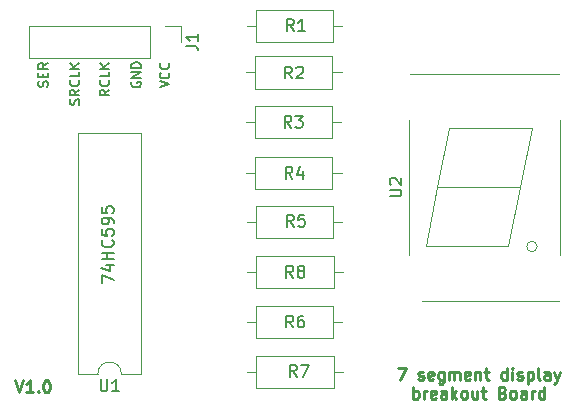
<source format=gbr>
%TF.GenerationSoftware,KiCad,Pcbnew,(6.0.4)*%
%TF.CreationDate,2022-05-25T21:12:10+01:00*%
%TF.ProjectId,7SegmentDB,37536567-6d65-46e7-9444-422e6b696361,V1.0*%
%TF.SameCoordinates,Original*%
%TF.FileFunction,Legend,Top*%
%TF.FilePolarity,Positive*%
%FSLAX46Y46*%
G04 Gerber Fmt 4.6, Leading zero omitted, Abs format (unit mm)*
G04 Created by KiCad (PCBNEW (6.0.4)) date 2022-05-25 21:12:10*
%MOMM*%
%LPD*%
G01*
G04 APERTURE LIST*
%ADD10C,0.200000*%
%ADD11C,0.250000*%
%ADD12C,0.150000*%
%ADD13C,0.120000*%
G04 APERTURE END LIST*
D10*
X126053809Y-85064476D02*
X126091904Y-84950190D01*
X126091904Y-84759714D01*
X126053809Y-84683523D01*
X126015714Y-84645428D01*
X125939523Y-84607333D01*
X125863333Y-84607333D01*
X125787142Y-84645428D01*
X125749047Y-84683523D01*
X125710952Y-84759714D01*
X125672857Y-84912095D01*
X125634761Y-84988285D01*
X125596666Y-85026380D01*
X125520476Y-85064476D01*
X125444285Y-85064476D01*
X125368095Y-85026380D01*
X125330000Y-84988285D01*
X125291904Y-84912095D01*
X125291904Y-84721619D01*
X125330000Y-84607333D01*
X125672857Y-84264476D02*
X125672857Y-83997809D01*
X126091904Y-83883523D02*
X126091904Y-84264476D01*
X125291904Y-84264476D01*
X125291904Y-83883523D01*
X126091904Y-83083523D02*
X125710952Y-83350190D01*
X126091904Y-83540666D02*
X125291904Y-83540666D01*
X125291904Y-83235904D01*
X125330000Y-83159714D01*
X125368095Y-83121619D01*
X125444285Y-83083523D01*
X125558571Y-83083523D01*
X125634761Y-83121619D01*
X125672857Y-83159714D01*
X125710952Y-83235904D01*
X125710952Y-83540666D01*
X128720809Y-86588380D02*
X128758904Y-86474095D01*
X128758904Y-86283619D01*
X128720809Y-86207428D01*
X128682714Y-86169333D01*
X128606523Y-86131238D01*
X128530333Y-86131238D01*
X128454142Y-86169333D01*
X128416047Y-86207428D01*
X128377952Y-86283619D01*
X128339857Y-86436000D01*
X128301761Y-86512190D01*
X128263666Y-86550285D01*
X128187476Y-86588380D01*
X128111285Y-86588380D01*
X128035095Y-86550285D01*
X127997000Y-86512190D01*
X127958904Y-86436000D01*
X127958904Y-86245523D01*
X127997000Y-86131238D01*
X128758904Y-85331238D02*
X128377952Y-85597904D01*
X128758904Y-85788380D02*
X127958904Y-85788380D01*
X127958904Y-85483619D01*
X127997000Y-85407428D01*
X128035095Y-85369333D01*
X128111285Y-85331238D01*
X128225571Y-85331238D01*
X128301761Y-85369333D01*
X128339857Y-85407428D01*
X128377952Y-85483619D01*
X128377952Y-85788380D01*
X128682714Y-84531238D02*
X128720809Y-84569333D01*
X128758904Y-84683619D01*
X128758904Y-84759809D01*
X128720809Y-84874095D01*
X128644619Y-84950285D01*
X128568428Y-84988380D01*
X128416047Y-85026476D01*
X128301761Y-85026476D01*
X128149380Y-84988380D01*
X128073190Y-84950285D01*
X127997000Y-84874095D01*
X127958904Y-84759809D01*
X127958904Y-84683619D01*
X127997000Y-84569333D01*
X128035095Y-84531238D01*
X128758904Y-83807428D02*
X128758904Y-84188380D01*
X127958904Y-84188380D01*
X128758904Y-83540761D02*
X127958904Y-83540761D01*
X128758904Y-83083619D02*
X128301761Y-83426476D01*
X127958904Y-83083619D02*
X128416047Y-83540761D01*
X131298904Y-85331190D02*
X130917952Y-85597857D01*
X131298904Y-85788333D02*
X130498904Y-85788333D01*
X130498904Y-85483571D01*
X130537000Y-85407380D01*
X130575095Y-85369285D01*
X130651285Y-85331190D01*
X130765571Y-85331190D01*
X130841761Y-85369285D01*
X130879857Y-85407380D01*
X130917952Y-85483571D01*
X130917952Y-85788333D01*
X131222714Y-84531190D02*
X131260809Y-84569285D01*
X131298904Y-84683571D01*
X131298904Y-84759761D01*
X131260809Y-84874047D01*
X131184619Y-84950238D01*
X131108428Y-84988333D01*
X130956047Y-85026428D01*
X130841761Y-85026428D01*
X130689380Y-84988333D01*
X130613190Y-84950238D01*
X130537000Y-84874047D01*
X130498904Y-84759761D01*
X130498904Y-84683571D01*
X130537000Y-84569285D01*
X130575095Y-84531190D01*
X131298904Y-83807380D02*
X131298904Y-84188333D01*
X130498904Y-84188333D01*
X131298904Y-83540714D02*
X130498904Y-83540714D01*
X131298904Y-83083571D02*
X130841761Y-83426428D01*
X130498904Y-83083571D02*
X130956047Y-83540714D01*
X133204000Y-84683523D02*
X133165904Y-84759714D01*
X133165904Y-84874000D01*
X133204000Y-84988285D01*
X133280190Y-85064476D01*
X133356380Y-85102571D01*
X133508761Y-85140666D01*
X133623047Y-85140666D01*
X133775428Y-85102571D01*
X133851619Y-85064476D01*
X133927809Y-84988285D01*
X133965904Y-84874000D01*
X133965904Y-84797809D01*
X133927809Y-84683523D01*
X133889714Y-84645428D01*
X133623047Y-84645428D01*
X133623047Y-84797809D01*
X133965904Y-84302571D02*
X133165904Y-84302571D01*
X133965904Y-83845428D01*
X133165904Y-83845428D01*
X133965904Y-83464476D02*
X133165904Y-83464476D01*
X133165904Y-83274000D01*
X133204000Y-83159714D01*
X133280190Y-83083523D01*
X133356380Y-83045428D01*
X133508761Y-83007333D01*
X133623047Y-83007333D01*
X133775428Y-83045428D01*
X133851619Y-83083523D01*
X133927809Y-83159714D01*
X133965904Y-83274000D01*
X133965904Y-83464476D01*
X135578904Y-85140666D02*
X136378904Y-84874000D01*
X135578904Y-84607333D01*
X136302714Y-83883523D02*
X136340809Y-83921619D01*
X136378904Y-84035904D01*
X136378904Y-84112095D01*
X136340809Y-84226380D01*
X136264619Y-84302571D01*
X136188428Y-84340666D01*
X136036047Y-84378761D01*
X135921761Y-84378761D01*
X135769380Y-84340666D01*
X135693190Y-84302571D01*
X135617000Y-84226380D01*
X135578904Y-84112095D01*
X135578904Y-84035904D01*
X135617000Y-83921619D01*
X135655095Y-83883523D01*
X136302714Y-83083523D02*
X136340809Y-83121619D01*
X136378904Y-83235904D01*
X136378904Y-83312095D01*
X136340809Y-83426380D01*
X136264619Y-83502571D01*
X136188428Y-83540666D01*
X136036047Y-83578761D01*
X135921761Y-83578761D01*
X135769380Y-83540666D01*
X135693190Y-83502571D01*
X135617000Y-83426380D01*
X135578904Y-83312095D01*
X135578904Y-83235904D01*
X135617000Y-83121619D01*
X135655095Y-83083523D01*
D11*
X155702857Y-108883380D02*
X156369523Y-108883380D01*
X155940952Y-109883380D01*
X157464761Y-109835761D02*
X157560000Y-109883380D01*
X157750476Y-109883380D01*
X157845714Y-109835761D01*
X157893333Y-109740523D01*
X157893333Y-109692904D01*
X157845714Y-109597666D01*
X157750476Y-109550047D01*
X157607619Y-109550047D01*
X157512380Y-109502428D01*
X157464761Y-109407190D01*
X157464761Y-109359571D01*
X157512380Y-109264333D01*
X157607619Y-109216714D01*
X157750476Y-109216714D01*
X157845714Y-109264333D01*
X158702857Y-109835761D02*
X158607619Y-109883380D01*
X158417142Y-109883380D01*
X158321904Y-109835761D01*
X158274285Y-109740523D01*
X158274285Y-109359571D01*
X158321904Y-109264333D01*
X158417142Y-109216714D01*
X158607619Y-109216714D01*
X158702857Y-109264333D01*
X158750476Y-109359571D01*
X158750476Y-109454809D01*
X158274285Y-109550047D01*
X159607619Y-109216714D02*
X159607619Y-110026238D01*
X159560000Y-110121476D01*
X159512380Y-110169095D01*
X159417142Y-110216714D01*
X159274285Y-110216714D01*
X159179047Y-110169095D01*
X159607619Y-109835761D02*
X159512380Y-109883380D01*
X159321904Y-109883380D01*
X159226666Y-109835761D01*
X159179047Y-109788142D01*
X159131428Y-109692904D01*
X159131428Y-109407190D01*
X159179047Y-109311952D01*
X159226666Y-109264333D01*
X159321904Y-109216714D01*
X159512380Y-109216714D01*
X159607619Y-109264333D01*
X160083809Y-109883380D02*
X160083809Y-109216714D01*
X160083809Y-109311952D02*
X160131428Y-109264333D01*
X160226666Y-109216714D01*
X160369523Y-109216714D01*
X160464761Y-109264333D01*
X160512380Y-109359571D01*
X160512380Y-109883380D01*
X160512380Y-109359571D02*
X160560000Y-109264333D01*
X160655238Y-109216714D01*
X160798095Y-109216714D01*
X160893333Y-109264333D01*
X160940952Y-109359571D01*
X160940952Y-109883380D01*
X161798095Y-109835761D02*
X161702857Y-109883380D01*
X161512380Y-109883380D01*
X161417142Y-109835761D01*
X161369523Y-109740523D01*
X161369523Y-109359571D01*
X161417142Y-109264333D01*
X161512380Y-109216714D01*
X161702857Y-109216714D01*
X161798095Y-109264333D01*
X161845714Y-109359571D01*
X161845714Y-109454809D01*
X161369523Y-109550047D01*
X162274285Y-109216714D02*
X162274285Y-109883380D01*
X162274285Y-109311952D02*
X162321904Y-109264333D01*
X162417142Y-109216714D01*
X162560000Y-109216714D01*
X162655238Y-109264333D01*
X162702857Y-109359571D01*
X162702857Y-109883380D01*
X163036190Y-109216714D02*
X163417142Y-109216714D01*
X163179047Y-108883380D02*
X163179047Y-109740523D01*
X163226666Y-109835761D01*
X163321904Y-109883380D01*
X163417142Y-109883380D01*
X164940952Y-109883380D02*
X164940952Y-108883380D01*
X164940952Y-109835761D02*
X164845714Y-109883380D01*
X164655238Y-109883380D01*
X164560000Y-109835761D01*
X164512380Y-109788142D01*
X164464761Y-109692904D01*
X164464761Y-109407190D01*
X164512380Y-109311952D01*
X164560000Y-109264333D01*
X164655238Y-109216714D01*
X164845714Y-109216714D01*
X164940952Y-109264333D01*
X165417142Y-109883380D02*
X165417142Y-109216714D01*
X165417142Y-108883380D02*
X165369523Y-108931000D01*
X165417142Y-108978619D01*
X165464761Y-108931000D01*
X165417142Y-108883380D01*
X165417142Y-108978619D01*
X165845714Y-109835761D02*
X165940952Y-109883380D01*
X166131428Y-109883380D01*
X166226666Y-109835761D01*
X166274285Y-109740523D01*
X166274285Y-109692904D01*
X166226666Y-109597666D01*
X166131428Y-109550047D01*
X165988571Y-109550047D01*
X165893333Y-109502428D01*
X165845714Y-109407190D01*
X165845714Y-109359571D01*
X165893333Y-109264333D01*
X165988571Y-109216714D01*
X166131428Y-109216714D01*
X166226666Y-109264333D01*
X166702857Y-109216714D02*
X166702857Y-110216714D01*
X166702857Y-109264333D02*
X166798095Y-109216714D01*
X166988571Y-109216714D01*
X167083809Y-109264333D01*
X167131428Y-109311952D01*
X167179047Y-109407190D01*
X167179047Y-109692904D01*
X167131428Y-109788142D01*
X167083809Y-109835761D01*
X166988571Y-109883380D01*
X166798095Y-109883380D01*
X166702857Y-109835761D01*
X167750476Y-109883380D02*
X167655238Y-109835761D01*
X167607619Y-109740523D01*
X167607619Y-108883380D01*
X168560000Y-109883380D02*
X168560000Y-109359571D01*
X168512380Y-109264333D01*
X168417142Y-109216714D01*
X168226666Y-109216714D01*
X168131428Y-109264333D01*
X168560000Y-109835761D02*
X168464761Y-109883380D01*
X168226666Y-109883380D01*
X168131428Y-109835761D01*
X168083809Y-109740523D01*
X168083809Y-109645285D01*
X168131428Y-109550047D01*
X168226666Y-109502428D01*
X168464761Y-109502428D01*
X168560000Y-109454809D01*
X168940952Y-109216714D02*
X169179047Y-109883380D01*
X169417142Y-109216714D02*
X169179047Y-109883380D01*
X169083809Y-110121476D01*
X169036190Y-110169095D01*
X168940952Y-110216714D01*
X157012380Y-111493380D02*
X157012380Y-110493380D01*
X157012380Y-110874333D02*
X157107619Y-110826714D01*
X157298095Y-110826714D01*
X157393333Y-110874333D01*
X157440952Y-110921952D01*
X157488571Y-111017190D01*
X157488571Y-111302904D01*
X157440952Y-111398142D01*
X157393333Y-111445761D01*
X157298095Y-111493380D01*
X157107619Y-111493380D01*
X157012380Y-111445761D01*
X157917142Y-111493380D02*
X157917142Y-110826714D01*
X157917142Y-111017190D02*
X157964761Y-110921952D01*
X158012380Y-110874333D01*
X158107619Y-110826714D01*
X158202857Y-110826714D01*
X158917142Y-111445761D02*
X158821904Y-111493380D01*
X158631428Y-111493380D01*
X158536190Y-111445761D01*
X158488571Y-111350523D01*
X158488571Y-110969571D01*
X158536190Y-110874333D01*
X158631428Y-110826714D01*
X158821904Y-110826714D01*
X158917142Y-110874333D01*
X158964761Y-110969571D01*
X158964761Y-111064809D01*
X158488571Y-111160047D01*
X159821904Y-111493380D02*
X159821904Y-110969571D01*
X159774285Y-110874333D01*
X159679047Y-110826714D01*
X159488571Y-110826714D01*
X159393333Y-110874333D01*
X159821904Y-111445761D02*
X159726666Y-111493380D01*
X159488571Y-111493380D01*
X159393333Y-111445761D01*
X159345714Y-111350523D01*
X159345714Y-111255285D01*
X159393333Y-111160047D01*
X159488571Y-111112428D01*
X159726666Y-111112428D01*
X159821904Y-111064809D01*
X160298095Y-111493380D02*
X160298095Y-110493380D01*
X160393333Y-111112428D02*
X160679047Y-111493380D01*
X160679047Y-110826714D02*
X160298095Y-111207666D01*
X161250476Y-111493380D02*
X161155238Y-111445761D01*
X161107619Y-111398142D01*
X161060000Y-111302904D01*
X161060000Y-111017190D01*
X161107619Y-110921952D01*
X161155238Y-110874333D01*
X161250476Y-110826714D01*
X161393333Y-110826714D01*
X161488571Y-110874333D01*
X161536190Y-110921952D01*
X161583809Y-111017190D01*
X161583809Y-111302904D01*
X161536190Y-111398142D01*
X161488571Y-111445761D01*
X161393333Y-111493380D01*
X161250476Y-111493380D01*
X162440952Y-110826714D02*
X162440952Y-111493380D01*
X162012380Y-110826714D02*
X162012380Y-111350523D01*
X162060000Y-111445761D01*
X162155238Y-111493380D01*
X162298095Y-111493380D01*
X162393333Y-111445761D01*
X162440952Y-111398142D01*
X162774285Y-110826714D02*
X163155238Y-110826714D01*
X162917142Y-110493380D02*
X162917142Y-111350523D01*
X162964761Y-111445761D01*
X163060000Y-111493380D01*
X163155238Y-111493380D01*
X164583809Y-110969571D02*
X164726666Y-111017190D01*
X164774285Y-111064809D01*
X164821904Y-111160047D01*
X164821904Y-111302904D01*
X164774285Y-111398142D01*
X164726666Y-111445761D01*
X164631428Y-111493380D01*
X164250476Y-111493380D01*
X164250476Y-110493380D01*
X164583809Y-110493380D01*
X164679047Y-110541000D01*
X164726666Y-110588619D01*
X164774285Y-110683857D01*
X164774285Y-110779095D01*
X164726666Y-110874333D01*
X164679047Y-110921952D01*
X164583809Y-110969571D01*
X164250476Y-110969571D01*
X165393333Y-111493380D02*
X165298095Y-111445761D01*
X165250476Y-111398142D01*
X165202857Y-111302904D01*
X165202857Y-111017190D01*
X165250476Y-110921952D01*
X165298095Y-110874333D01*
X165393333Y-110826714D01*
X165536190Y-110826714D01*
X165631428Y-110874333D01*
X165679047Y-110921952D01*
X165726666Y-111017190D01*
X165726666Y-111302904D01*
X165679047Y-111398142D01*
X165631428Y-111445761D01*
X165536190Y-111493380D01*
X165393333Y-111493380D01*
X166583809Y-111493380D02*
X166583809Y-110969571D01*
X166536190Y-110874333D01*
X166440952Y-110826714D01*
X166250476Y-110826714D01*
X166155238Y-110874333D01*
X166583809Y-111445761D02*
X166488571Y-111493380D01*
X166250476Y-111493380D01*
X166155238Y-111445761D01*
X166107619Y-111350523D01*
X166107619Y-111255285D01*
X166155238Y-111160047D01*
X166250476Y-111112428D01*
X166488571Y-111112428D01*
X166583809Y-111064809D01*
X167060000Y-111493380D02*
X167060000Y-110826714D01*
X167060000Y-111017190D02*
X167107619Y-110921952D01*
X167155238Y-110874333D01*
X167250476Y-110826714D01*
X167345714Y-110826714D01*
X168107619Y-111493380D02*
X168107619Y-110493380D01*
X168107619Y-111445761D02*
X168012380Y-111493380D01*
X167821904Y-111493380D01*
X167726666Y-111445761D01*
X167679047Y-111398142D01*
X167631428Y-111302904D01*
X167631428Y-111017190D01*
X167679047Y-110921952D01*
X167726666Y-110874333D01*
X167821904Y-110826714D01*
X168012380Y-110826714D01*
X168107619Y-110874333D01*
X123317190Y-109942380D02*
X123650523Y-110942380D01*
X123983857Y-109942380D01*
X124841000Y-110942380D02*
X124269571Y-110942380D01*
X124555285Y-110942380D02*
X124555285Y-109942380D01*
X124460047Y-110085238D01*
X124364809Y-110180476D01*
X124269571Y-110228095D01*
X125269571Y-110847142D02*
X125317190Y-110894761D01*
X125269571Y-110942380D01*
X125221952Y-110894761D01*
X125269571Y-110847142D01*
X125269571Y-110942380D01*
X125936238Y-109942380D02*
X126031476Y-109942380D01*
X126126714Y-109990000D01*
X126174333Y-110037619D01*
X126221952Y-110132857D01*
X126269571Y-110323333D01*
X126269571Y-110561428D01*
X126221952Y-110751904D01*
X126174333Y-110847142D01*
X126126714Y-110894761D01*
X126031476Y-110942380D01*
X125936238Y-110942380D01*
X125841000Y-110894761D01*
X125793380Y-110847142D01*
X125745761Y-110751904D01*
X125698142Y-110561428D01*
X125698142Y-110323333D01*
X125745761Y-110132857D01*
X125793380Y-110037619D01*
X125841000Y-109990000D01*
X125936238Y-109942380D01*
D12*
%TO.C,U2*%
X155020380Y-94360904D02*
X155829904Y-94360904D01*
X155925142Y-94313285D01*
X155972761Y-94265666D01*
X156020380Y-94170428D01*
X156020380Y-93979952D01*
X155972761Y-93884714D01*
X155925142Y-93837095D01*
X155829904Y-93789476D01*
X155020380Y-93789476D01*
X155115619Y-93360904D02*
X155068000Y-93313285D01*
X155020380Y-93218047D01*
X155020380Y-92979952D01*
X155068000Y-92884714D01*
X155115619Y-92837095D01*
X155210857Y-92789476D01*
X155306095Y-92789476D01*
X155448952Y-92837095D01*
X156020380Y-93408523D01*
X156020380Y-92789476D01*
%TO.C,R3*%
X146696133Y-88539580D02*
X146362800Y-88063390D01*
X146124704Y-88539580D02*
X146124704Y-87539580D01*
X146505657Y-87539580D01*
X146600895Y-87587200D01*
X146648514Y-87634819D01*
X146696133Y-87730057D01*
X146696133Y-87872914D01*
X146648514Y-87968152D01*
X146600895Y-88015771D01*
X146505657Y-88063390D01*
X146124704Y-88063390D01*
X147029466Y-87539580D02*
X147648514Y-87539580D01*
X147315180Y-87920533D01*
X147458038Y-87920533D01*
X147553276Y-87968152D01*
X147600895Y-88015771D01*
X147648514Y-88111009D01*
X147648514Y-88349104D01*
X147600895Y-88444342D01*
X147553276Y-88491961D01*
X147458038Y-88539580D01*
X147172323Y-88539580D01*
X147077085Y-88491961D01*
X147029466Y-88444342D01*
%TO.C,R1*%
X146899333Y-80360780D02*
X146566000Y-79884590D01*
X146327904Y-80360780D02*
X146327904Y-79360780D01*
X146708857Y-79360780D01*
X146804095Y-79408400D01*
X146851714Y-79456019D01*
X146899333Y-79551257D01*
X146899333Y-79694114D01*
X146851714Y-79789352D01*
X146804095Y-79836971D01*
X146708857Y-79884590D01*
X146327904Y-79884590D01*
X147851714Y-80360780D02*
X147280285Y-80360780D01*
X147566000Y-80360780D02*
X147566000Y-79360780D01*
X147470761Y-79503638D01*
X147375523Y-79598876D01*
X147280285Y-79646495D01*
%TO.C,R6*%
X146848533Y-105455980D02*
X146515200Y-104979790D01*
X146277104Y-105455980D02*
X146277104Y-104455980D01*
X146658057Y-104455980D01*
X146753295Y-104503600D01*
X146800914Y-104551219D01*
X146848533Y-104646457D01*
X146848533Y-104789314D01*
X146800914Y-104884552D01*
X146753295Y-104932171D01*
X146658057Y-104979790D01*
X146277104Y-104979790D01*
X147705676Y-104455980D02*
X147515200Y-104455980D01*
X147419961Y-104503600D01*
X147372342Y-104551219D01*
X147277104Y-104694076D01*
X147229485Y-104884552D01*
X147229485Y-105265504D01*
X147277104Y-105360742D01*
X147324723Y-105408361D01*
X147419961Y-105455980D01*
X147610438Y-105455980D01*
X147705676Y-105408361D01*
X147753295Y-105360742D01*
X147800914Y-105265504D01*
X147800914Y-105027409D01*
X147753295Y-104932171D01*
X147705676Y-104884552D01*
X147610438Y-104836933D01*
X147419961Y-104836933D01*
X147324723Y-104884552D01*
X147277104Y-104932171D01*
X147229485Y-105027409D01*
%TO.C,R5*%
X146899333Y-96921580D02*
X146566000Y-96445390D01*
X146327904Y-96921580D02*
X146327904Y-95921580D01*
X146708857Y-95921580D01*
X146804095Y-95969200D01*
X146851714Y-96016819D01*
X146899333Y-96112057D01*
X146899333Y-96254914D01*
X146851714Y-96350152D01*
X146804095Y-96397771D01*
X146708857Y-96445390D01*
X146327904Y-96445390D01*
X147804095Y-95921580D02*
X147327904Y-95921580D01*
X147280285Y-96397771D01*
X147327904Y-96350152D01*
X147423142Y-96302533D01*
X147661238Y-96302533D01*
X147756476Y-96350152D01*
X147804095Y-96397771D01*
X147851714Y-96493009D01*
X147851714Y-96731104D01*
X147804095Y-96826342D01*
X147756476Y-96873961D01*
X147661238Y-96921580D01*
X147423142Y-96921580D01*
X147327904Y-96873961D01*
X147280285Y-96826342D01*
%TO.C,R7*%
X147153333Y-109621580D02*
X146820000Y-109145390D01*
X146581904Y-109621580D02*
X146581904Y-108621580D01*
X146962857Y-108621580D01*
X147058095Y-108669200D01*
X147105714Y-108716819D01*
X147153333Y-108812057D01*
X147153333Y-108954914D01*
X147105714Y-109050152D01*
X147058095Y-109097771D01*
X146962857Y-109145390D01*
X146581904Y-109145390D01*
X147486666Y-108621580D02*
X148153333Y-108621580D01*
X147724761Y-109621580D01*
%TO.C,J1*%
X137794380Y-81613333D02*
X138508666Y-81613333D01*
X138651523Y-81660952D01*
X138746761Y-81756190D01*
X138794380Y-81899047D01*
X138794380Y-81994285D01*
X138794380Y-80613333D02*
X138794380Y-81184761D01*
X138794380Y-80899047D02*
X137794380Y-80899047D01*
X137937238Y-80994285D01*
X138032476Y-81089523D01*
X138080095Y-81184761D01*
%TO.C,R8*%
X146848533Y-101239580D02*
X146515200Y-100763390D01*
X146277104Y-101239580D02*
X146277104Y-100239580D01*
X146658057Y-100239580D01*
X146753295Y-100287200D01*
X146800914Y-100334819D01*
X146848533Y-100430057D01*
X146848533Y-100572914D01*
X146800914Y-100668152D01*
X146753295Y-100715771D01*
X146658057Y-100763390D01*
X146277104Y-100763390D01*
X147419961Y-100668152D02*
X147324723Y-100620533D01*
X147277104Y-100572914D01*
X147229485Y-100477676D01*
X147229485Y-100430057D01*
X147277104Y-100334819D01*
X147324723Y-100287200D01*
X147419961Y-100239580D01*
X147610438Y-100239580D01*
X147705676Y-100287200D01*
X147753295Y-100334819D01*
X147800914Y-100430057D01*
X147800914Y-100477676D01*
X147753295Y-100572914D01*
X147705676Y-100620533D01*
X147610438Y-100668152D01*
X147419961Y-100668152D01*
X147324723Y-100715771D01*
X147277104Y-100763390D01*
X147229485Y-100858628D01*
X147229485Y-101049104D01*
X147277104Y-101144342D01*
X147324723Y-101191961D01*
X147419961Y-101239580D01*
X147610438Y-101239580D01*
X147705676Y-101191961D01*
X147753295Y-101144342D01*
X147800914Y-101049104D01*
X147800914Y-100858628D01*
X147753295Y-100763390D01*
X147705676Y-100715771D01*
X147610438Y-100668152D01*
%TO.C,R4*%
X146797733Y-92857580D02*
X146464400Y-92381390D01*
X146226304Y-92857580D02*
X146226304Y-91857580D01*
X146607257Y-91857580D01*
X146702495Y-91905200D01*
X146750114Y-91952819D01*
X146797733Y-92048057D01*
X146797733Y-92190914D01*
X146750114Y-92286152D01*
X146702495Y-92333771D01*
X146607257Y-92381390D01*
X146226304Y-92381390D01*
X147654876Y-92190914D02*
X147654876Y-92857580D01*
X147416780Y-91809961D02*
X147178685Y-92524247D01*
X147797733Y-92524247D01*
%TO.C,U1*%
X130546095Y-109844380D02*
X130546095Y-110653904D01*
X130593714Y-110749142D01*
X130641333Y-110796761D01*
X130736571Y-110844380D01*
X130927047Y-110844380D01*
X131022285Y-110796761D01*
X131069904Y-110749142D01*
X131117523Y-110653904D01*
X131117523Y-109844380D01*
X132117523Y-110844380D02*
X131546095Y-110844380D01*
X131831809Y-110844380D02*
X131831809Y-109844380D01*
X131736571Y-109987238D01*
X131641333Y-110082476D01*
X131546095Y-110130095D01*
X130643380Y-101686904D02*
X130643380Y-101020238D01*
X131643380Y-101448809D01*
X130976714Y-100210714D02*
X131643380Y-100210714D01*
X130595761Y-100448809D02*
X131310047Y-100686904D01*
X131310047Y-100067857D01*
X131643380Y-99686904D02*
X130643380Y-99686904D01*
X131119571Y-99686904D02*
X131119571Y-99115476D01*
X131643380Y-99115476D02*
X130643380Y-99115476D01*
X131548142Y-98067857D02*
X131595761Y-98115476D01*
X131643380Y-98258333D01*
X131643380Y-98353571D01*
X131595761Y-98496428D01*
X131500523Y-98591666D01*
X131405285Y-98639285D01*
X131214809Y-98686904D01*
X131071952Y-98686904D01*
X130881476Y-98639285D01*
X130786238Y-98591666D01*
X130691000Y-98496428D01*
X130643380Y-98353571D01*
X130643380Y-98258333D01*
X130691000Y-98115476D01*
X130738619Y-98067857D01*
X130643380Y-97163095D02*
X130643380Y-97639285D01*
X131119571Y-97686904D01*
X131071952Y-97639285D01*
X131024333Y-97544047D01*
X131024333Y-97305952D01*
X131071952Y-97210714D01*
X131119571Y-97163095D01*
X131214809Y-97115476D01*
X131452904Y-97115476D01*
X131548142Y-97163095D01*
X131595761Y-97210714D01*
X131643380Y-97305952D01*
X131643380Y-97544047D01*
X131595761Y-97639285D01*
X131548142Y-97686904D01*
X131643380Y-96639285D02*
X131643380Y-96448809D01*
X131595761Y-96353571D01*
X131548142Y-96305952D01*
X131405285Y-96210714D01*
X131214809Y-96163095D01*
X130833857Y-96163095D01*
X130738619Y-96210714D01*
X130691000Y-96258333D01*
X130643380Y-96353571D01*
X130643380Y-96544047D01*
X130691000Y-96639285D01*
X130738619Y-96686904D01*
X130833857Y-96734523D01*
X131071952Y-96734523D01*
X131167190Y-96686904D01*
X131214809Y-96639285D01*
X131262428Y-96544047D01*
X131262428Y-96353571D01*
X131214809Y-96258333D01*
X131167190Y-96210714D01*
X131071952Y-96163095D01*
X130643380Y-95258333D02*
X130643380Y-95734523D01*
X131119571Y-95782142D01*
X131071952Y-95734523D01*
X131024333Y-95639285D01*
X131024333Y-95401190D01*
X131071952Y-95305952D01*
X131119571Y-95258333D01*
X131214809Y-95210714D01*
X131452904Y-95210714D01*
X131548142Y-95258333D01*
X131595761Y-95305952D01*
X131643380Y-95401190D01*
X131643380Y-95639285D01*
X131595761Y-95734523D01*
X131548142Y-95782142D01*
%TO.C,R2*%
X146746933Y-84373980D02*
X146413600Y-83897790D01*
X146175504Y-84373980D02*
X146175504Y-83373980D01*
X146556457Y-83373980D01*
X146651695Y-83421600D01*
X146699314Y-83469219D01*
X146746933Y-83564457D01*
X146746933Y-83707314D01*
X146699314Y-83802552D01*
X146651695Y-83850171D01*
X146556457Y-83897790D01*
X146175504Y-83897790D01*
X147127885Y-83469219D02*
X147175504Y-83421600D01*
X147270742Y-83373980D01*
X147508838Y-83373980D01*
X147604076Y-83421600D01*
X147651695Y-83469219D01*
X147699314Y-83564457D01*
X147699314Y-83659695D01*
X147651695Y-83802552D01*
X147080266Y-84373980D01*
X147699314Y-84373980D01*
D13*
%TO.C,U2*%
X169368000Y-83964000D02*
X156768000Y-83964000D01*
X160068000Y-88599000D02*
X167068000Y-88599000D01*
X167068000Y-88599000D02*
X166068000Y-93599000D01*
X166068000Y-93599000D02*
X159068000Y-93599000D01*
X165068000Y-98599000D02*
X166068000Y-93599000D01*
X160068000Y-88599000D02*
X159068000Y-93599000D01*
X159068000Y-93599000D02*
X158068000Y-98599000D01*
X157768000Y-103234000D02*
X169368000Y-103234000D01*
X169478000Y-99314000D02*
X169478000Y-87884000D01*
X156658000Y-99314000D02*
X156658000Y-87884000D01*
X158068000Y-98599000D02*
X165068000Y-98599000D01*
X167515214Y-98599000D02*
G75*
G03*
X167515214Y-98599000I-447214J0D01*
G01*
%TO.C,R3*%
X143592800Y-86666400D02*
X143592800Y-89406400D01*
X143592800Y-89406400D02*
X150132800Y-89406400D01*
X150902800Y-88036400D02*
X150132800Y-88036400D01*
X150132800Y-86666400D02*
X143592800Y-86666400D01*
X142822800Y-88036400D02*
X143592800Y-88036400D01*
X150132800Y-89406400D02*
X150132800Y-86666400D01*
%TO.C,R1*%
X150234400Y-78563800D02*
X143694400Y-78563800D01*
X151004400Y-79933800D02*
X150234400Y-79933800D01*
X142924400Y-79933800D02*
X143694400Y-79933800D01*
X143694400Y-78563800D02*
X143694400Y-81303800D01*
X143694400Y-81303800D02*
X150234400Y-81303800D01*
X150234400Y-81303800D02*
X150234400Y-78563800D01*
%TO.C,R6*%
X142924400Y-105003600D02*
X143694400Y-105003600D01*
X150234400Y-106373600D02*
X150234400Y-103633600D01*
X143694400Y-103633600D02*
X143694400Y-106373600D01*
X143694400Y-106373600D02*
X150234400Y-106373600D01*
X150234400Y-103633600D02*
X143694400Y-103633600D01*
X151004400Y-105003600D02*
X150234400Y-105003600D01*
%TO.C,R5*%
X143694400Y-97890000D02*
X150234400Y-97890000D01*
X142924400Y-96520000D02*
X143694400Y-96520000D01*
X150234400Y-97890000D02*
X150234400Y-95150000D01*
X150234400Y-95150000D02*
X143694400Y-95150000D01*
X151004400Y-96520000D02*
X150234400Y-96520000D01*
X143694400Y-95150000D02*
X143694400Y-97890000D01*
%TO.C,R7*%
X151055200Y-109220000D02*
X150285200Y-109220000D01*
X143745200Y-110590000D02*
X150285200Y-110590000D01*
X143745200Y-107850000D02*
X143745200Y-110590000D01*
X150285200Y-110590000D02*
X150285200Y-107850000D01*
X142975200Y-109220000D02*
X143745200Y-109220000D01*
X150285200Y-107850000D02*
X143745200Y-107850000D01*
%TO.C,J1*%
X124522000Y-79950000D02*
X124522000Y-82610000D01*
X136012000Y-79950000D02*
X137342000Y-79950000D01*
X137342000Y-79950000D02*
X137342000Y-81280000D01*
X134742000Y-79950000D02*
X134742000Y-82610000D01*
X134742000Y-82610000D02*
X124522000Y-82610000D01*
X134742000Y-79950000D02*
X124522000Y-79950000D01*
%TO.C,R8*%
X150285200Y-102106400D02*
X150285200Y-99366400D01*
X151055200Y-100736400D02*
X150285200Y-100736400D01*
X150285200Y-99366400D02*
X143745200Y-99366400D01*
X143745200Y-102106400D02*
X150285200Y-102106400D01*
X143745200Y-99366400D02*
X143745200Y-102106400D01*
X142975200Y-100736400D02*
X143745200Y-100736400D01*
%TO.C,R4*%
X150953600Y-92354400D02*
X150183600Y-92354400D01*
X143643600Y-90984400D02*
X143643600Y-93724400D01*
X142873600Y-92354400D02*
X143643600Y-92354400D01*
X143643600Y-93724400D02*
X150183600Y-93724400D01*
X150183600Y-90984400D02*
X143643600Y-90984400D01*
X150183600Y-93724400D02*
X150183600Y-90984400D01*
%TO.C,U1*%
X133958000Y-109392000D02*
X133958000Y-88952000D01*
X128658000Y-109392000D02*
X130308000Y-109392000D01*
X133958000Y-88952000D02*
X128658000Y-88952000D01*
X128658000Y-88952000D02*
X128658000Y-109392000D01*
X132308000Y-109392000D02*
X133958000Y-109392000D01*
X132308000Y-109392000D02*
G75*
G03*
X130308000Y-109392000I-1000000J0D01*
G01*
%TO.C,R2*%
X150953600Y-83870800D02*
X150183600Y-83870800D01*
X150183600Y-85240800D02*
X150183600Y-82500800D01*
X142873600Y-83870800D02*
X143643600Y-83870800D01*
X143643600Y-82500800D02*
X143643600Y-85240800D01*
X150183600Y-82500800D02*
X143643600Y-82500800D01*
X143643600Y-85240800D02*
X150183600Y-85240800D01*
%TD*%
M02*

</source>
